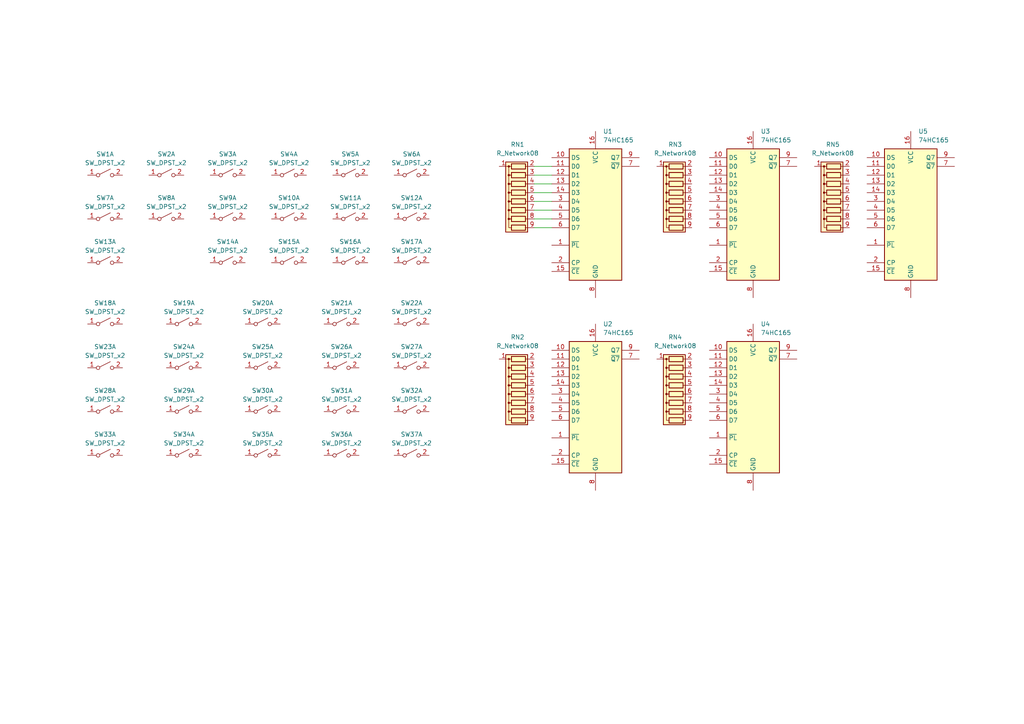
<source format=kicad_sch>
(kicad_sch (version 20230121) (generator eeschema)
  (paper "A4")
  (lib_symbols
    (symbol "74xx:74HC165"
      (property "Reference" "U" (at -7.62 19.05 0))
      (property "Value" "74HC165" (at -7.62 -21.59 0))
      (symbol "74HC165_1_0"
        (pin input line (at -12.7 -10.16 0) (length 5.08) (name "~{PL}") (number "1"))
        (pin input line (at -12.7 15.24 0) (length 5.08) (name "DS") (number "10"))
        (pin input line (at -12.7 12.7 0) (length 5.08) (name "D0") (number "11"))
        (pin input line (at -12.7 10.16 0) (length 5.08) (name "D1") (number "12"))
        (pin input line (at -12.7 7.62 0) (length 5.08) (name "D2") (number "13"))
        (pin input line (at -12.7 5.08 0) (length 5.08) (name "D3") (number "14"))
        (pin input line (at -12.7 -17.78 0) (length 5.08) (name "~{CE}") (number "15"))
        (pin power_in line (at 0 22.86 270) (length 5.08) (name "VCC") (number "16"))
        (pin input line (at -12.7 -15.24 0) (length 5.08) (name "CP") (number "2"))
        (pin input line (at -12.7 2.54 0) (length 5.08) (name "D4") (number "3"))
        (pin input line (at -12.7 0 0) (length 5.08) (name "D5") (number "4"))
        (pin input line (at -12.7 -2.54 0) (length 5.08) (name "D6") (number "5"))
        (pin input line (at -12.7 -5.08 0) (length 5.08) (name "D7") (number "6"))
        (pin output line (at 12.7 12.7 180) (length 5.08) (name "~{Q7}") (number "7"))
        (pin power_in line (at 0 -25.4 90) (length 5.08) (name "GND") (number "8"))
        (pin output line (at 12.7 15.24 180) (length 5.08) (name "Q7") (number "9"))
      )
      (symbol "74HC165_1_1"
        (rectangle (start -7.62 17.78) (end 7.62 -20.32) (stroke (width 0.254)) (fill (type background)))
      )
    )
    (symbol "Device:R_Network08" (pin_names (offset 0) hide)
      (property "Reference" "RN" (at -12.7 0 90))
      (property "Value" "R_Network08" (at 10.16 0 90))
      (symbol "R_Network08_0_1"
        (rectangle (start -11.43 -3.175) (end 8.89 3.175) (stroke (width 0.254)) (fill (type background)))
        (rectangle (start -10.922 1.524) (end -9.398 -2.54) (stroke (width 0.254)))
        (circle (center -10.16 2.286) (radius 0.254) (fill (type outline)))
        (rectangle (start -8.382 1.524) (end -6.858 -2.54) (stroke (width 0.254)))
        (circle (center -7.62 2.286) (radius 0.254) (fill (type outline)))
        (rectangle (start -5.842 1.524) (end -4.318 -2.54) (stroke (width 0.254)))
        (circle (center -5.08 2.286) (radius 0.254) (fill (type outline)))
        (rectangle (start -3.302 1.524) (end -1.778 -2.54) (stroke (width 0.254)))
        (circle (center -2.54 2.286) (radius 0.254) (fill (type outline)))
        (rectangle (start -0.762 1.524) (end 0.762 -2.54) (stroke (width 0.254)))
        (polyline (pts (xy -10.16 -2.54) (xy -10.16 -3.81)))
        (polyline (pts (xy -7.62 -2.54) (xy -7.62 -3.81)))
        (polyline (pts (xy -5.08 -2.54) (xy -5.08 -3.81)))
        (polyline (pts (xy -2.54 -2.54) (xy -2.54 -3.81)))
        (polyline (pts (xy 0 -2.54) (xy 0 -3.81)))
        (polyline (pts (xy 2.54 -2.54) (xy 2.54 -3.81)))
        (polyline (pts (xy 5.08 -2.54) (xy 5.08 -3.81)))
        (polyline (pts (xy 7.62 -2.54) (xy 7.62 -3.81)))
        (polyline (pts (xy -10.16 1.524) (xy -10.16 2.286) (xy -7.62 2.286) (xy -7.62 1.524)))
        (polyline (pts (xy -7.62 1.524) (xy -7.62 2.286) (xy -5.08 2.286) (xy -5.08 1.524)))
        (polyline (pts (xy -5.08 1.524) (xy -5.08 2.286) (xy -2.54 2.286) (xy -2.54 1.524)))
        (polyline (pts (xy -2.54 1.524) (xy -2.54 2.286) (xy 0 2.286) (xy 0 1.524)))
        (polyline (pts (xy 0 1.524) (xy 0 2.286) (xy 2.54 2.286) (xy 2.54 1.524)))
        (polyline (pts (xy 2.54 1.524) (xy 2.54 2.286) (xy 5.08 2.286) (xy 5.08 1.524)))
        (polyline (pts (xy 5.08 1.524) (xy 5.08 2.286) (xy 7.62 2.286) (xy 7.62 1.524)))
        (circle (center 0 2.286) (radius 0.254) (fill (type outline)))
        (rectangle (start 1.778 1.524) (end 3.302 -2.54) (stroke (width 0.254)))
        (circle (center 2.54 2.286) (radius 0.254) (fill (type outline)))
        (rectangle (start 4.318 1.524) (end 5.842 -2.54) (stroke (width 0.254)))
        (circle (center 5.08 2.286) (radius 0.254) (fill (type outline)))
        (rectangle (start 6.858 1.524) (end 8.382 -2.54) (stroke (width 0.254)))
      )
      (symbol "R_Network08_1_1"
        (pin passive line (at -10.16 5.08 270) (length 2.54) (name "common") (number "1"))
        (pin passive line (at -10.16 -5.08 90) (length 1.27) (name "R1") (number "2"))
        (pin passive line (at -7.62 -5.08 90) (length 1.27) (name "R2") (number "3"))
        (pin passive line (at -5.08 -5.08 90) (length 1.27) (name "R3") (number "4"))
        (pin passive line (at -2.54 -5.08 90) (length 1.27) (name "R4") (number "5"))
        (pin passive line (at 0 -5.08 90) (length 1.27) (name "R5") (number "6"))
        (pin passive line (at 2.54 -5.08 90) (length 1.27) (name "R6") (number "7"))
        (pin passive line (at 5.08 -5.08 90) (length 1.27) (name "R7") (number "8"))
        (pin passive line (at 7.62 -5.08 90) (length 1.27) (name "R8") (number "9"))
      )
    )
    (symbol "Switch:SW_DPST_x2" (pin_names (offset 0) hide)
      (property "Reference" "SW" (at 0 3.175 0))
      (property "Value" "SW_DPST_x2" (at 0 -2.54 0))
      (symbol "SW_DPST_x2_0_0"
        (circle (center -2.032 0) (radius 0.508))
        (polyline (pts (xy -1.524 0.254) (xy 1.524 1.778)))
        (circle (center 2.032 0) (radius 0.508))
      )
      (symbol "SW_DPST_x2_1_1"
        (pin passive line (at -5.08 0 0) (length 2.54) (name "A") (number "1"))
        (pin passive line (at 5.08 0 180) (length 2.54) (name "B") (number "2"))
      )
      (symbol "SW_DPST_x2_2_1"
        (pin passive line (at -5.08 0 0) (length 2.54) (name "A") (number "3"))
        (pin passive line (at 5.08 0 180) (length 2.54) (name "B") (number "4"))
      )
    )
  )
  (wire (pts (xy 154.94 60.96) (xy 160.02 60.96)))
  (wire (pts (xy 154.94 66.04) (xy 160.02 66.04)))
  (wire (pts (xy 154.94 55.88) (xy 160.02 55.88)))
  (wire (pts (xy 154.94 50.8) (xy 160.02 50.8)))
  (wire (pts (xy 154.94 58.42) (xy 160.02 58.42)))
  (wire (pts (xy 154.94 63.5) (xy 160.02 63.5)))
  (wire (pts (xy 154.94 53.34) (xy 160.02 53.34)))
  (wire (pts (xy 154.94 48.26) (xy 160.02 48.26)))
  (symbol (lib_id "Switch:SW_DPST_x2") (at 101.6 50.8 0) (unit 1)
    (property "Reference" "SW5" (at 101.6 44.704 0))
    (property "Value" "SW_DPST_x2" (at 101.6 47.244 0))
    (property "Footprint" "Button_Switch_THT:SW_PUSH-12mm" (effects hide))
  )
  (symbol (lib_id "Switch:SW_DPST_x2") (at 101.6 76.2 0) (unit 1)
    (property "Reference" "SW16" (at 101.6 70.104 0))
    (property "Value" "SW_DPST_x2" (at 101.6 72.644 0))
    (property "Footprint" "Button_Switch_THT:SW_PUSH-12mm" (effects hide))
  )
  (symbol (lib_id "74xx:74HC165") (at 218.44 60.96 0) (unit 1)
    (property "Reference" "U3" (at 220.6341 38.1 0) (effects (justify left)))
    (property "Value" "74HC165" (at 220.6341 40.64 0) (effects (justify left)))
    (property "Footprint" "Package_SO:SOIC-16W_5.3x10.2mm_P1.27mm" (effects hide))
    (property "Datasheet" "https://assets.nexperia.com/documents/data-sheet/74HC_HCT165.pdf" (effects hide))
  )
  (symbol (lib_id "Switch:SW_DPST_x2") (at 101.6 63.5 0) (unit 1)
    (property "Reference" "SW11" (at 101.6 57.404 0))
    (property "Value" "SW_DPST_x2" (at 101.6 59.944 0))
    (property "Footprint" "Button_Switch_THT:SW_PUSH-12mm" (effects hide))
  )
  (symbol (lib_id "74xx:74HC165") (at 264.16 60.96 0) (unit 1)
    (property "Reference" "U5" (at 266.3541 38.1 0) (effects (justify left)))
    (property "Value" "74HC165" (at 266.3541 40.64 0) (effects (justify left)))
    (property "Footprint" "Package_SO:SOIC-16W_5.3x10.2mm_P1.27mm" (effects hide))
    (property "Datasheet" "https://assets.nexperia.com/documents/data-sheet/74HC_HCT165.pdf" (effects hide))
  )
  (symbol (lib_id "74xx:74HC165") (at 172.72 116.84 0) (unit 1)
    (property "Reference" "U2" (at 174.9141 93.98 0) (effects (justify left)))
    (property "Value" "74HC165" (at 174.9141 96.52 0) (effects (justify left)))
    (property "Footprint" "Package_SO:SOIC-16W_5.3x10.2mm_P1.27mm" (effects hide))
    (property "Datasheet" "https://assets.nexperia.com/documents/data-sheet/74HC_HCT165.pdf" (effects hide))
  )
  (symbol (lib_id "Switch:SW_DPST_x2") (at 119.38 76.2 0) (unit 1)
    (property "Reference" "SW17" (at 119.38 70.104 0))
    (property "Value" "SW_DPST_x2" (at 119.38 72.644 0))
    (property "Footprint" "Button_Switch_THT:SW_PUSH-12mm" (effects hide))
  )
  (symbol (lib_id "Switch:SW_DPST_x2") (at 53.34 132.08 0) (unit 1)
    (property "Reference" "SW34" (at 53.34 125.984 0))
    (property "Value" "SW_DPST_x2" (at 53.34 128.524 0))
    (property "Footprint" "Button_Switch_THT:SW_PUSH-12mm" (effects hide))
  )
  (symbol (lib_id "Switch:SW_DPST_x2") (at 99.06 106.68 0) (unit 1)
    (property "Reference" "SW26" (at 99.06 100.584 0))
    (property "Value" "SW_DPST_x2" (at 99.06 103.124 0))
    (property "Footprint" "Button_Switch_THT:SW_PUSH-12mm" (effects hide))
  )
  (symbol (lib_id "Switch:SW_DPST_x2") (at 30.48 106.68 0) (unit 1)
    (property "Reference" "SW23" (at 30.48 100.584 0))
    (property "Value" "SW_DPST_x2" (at 30.48 103.124 0))
    (property "Footprint" "Button_Switch_THT:SW_PUSH-12mm" (effects hide))
  )
  (symbol (lib_id "Switch:SW_DPST_x2") (at 83.82 50.8 0) (unit 1)
    (property "Reference" "SW4" (at 83.82 44.704 0))
    (property "Value" "SW_DPST_x2" (at 83.82 47.244 0))
    (property "Footprint" "Button_Switch_THT:SW_PUSH-12mm" (effects hide))
  )
  (symbol (lib_id "74xx:74HC165") (at 218.44 116.84 0) (unit 1)
    (property "Reference" "U4" (at 220.6341 93.98 0) (effects (justify left)))
    (property "Value" "74HC165" (at 220.6341 96.52 0) (effects (justify left)))
    (property "Footprint" "Package_SO:SOIC-16W_5.3x10.2mm_P1.27mm" (effects hide))
    (property "Datasheet" "https://assets.nexperia.com/documents/data-sheet/74HC_HCT165.pdf" (effects hide))
  )
  (symbol (lib_id "Switch:SW_DPST_x2") (at 83.82 63.5 0) (unit 1)
    (property "Reference" "SW10" (at 83.82 57.404 0))
    (property "Value" "SW_DPST_x2" (at 83.82 59.944 0))
    (property "Footprint" "Button_Switch_THT:SW_PUSH-12mm" (effects hide))
  )
  (symbol (lib_id "Switch:SW_DPST_x2") (at 99.06 93.98 0) (unit 1)
    (property "Reference" "SW21" (at 99.06 87.884 0))
    (property "Value" "SW_DPST_x2" (at 99.06 90.424 0))
    (property "Footprint" "Button_Switch_THT:SW_PUSH-12mm" (effects hide))
  )
  (symbol (lib_id "Switch:SW_DPST_x2") (at 30.48 119.38 0) (unit 1)
    (property "Reference" "SW28" (at 30.48 113.284 0))
    (property "Value" "SW_DPST_x2" (at 30.48 115.824 0))
    (property "Footprint" "Button_Switch_THT:SW_PUSH-12mm" (effects hide))
  )
  (symbol (lib_id "Switch:SW_DPST_x2") (at 119.38 119.38 0) (unit 1)
    (property "Reference" "SW32" (at 119.38 113.284 0))
    (property "Value" "SW_DPST_x2" (at 119.38 115.824 0))
    (property "Footprint" "Button_Switch_THT:SW_PUSH-12mm" (effects hide))
  )
  (symbol (lib_id "Switch:SW_DPST_x2") (at 30.48 93.98 0) (unit 1)
    (property "Reference" "SW18" (at 30.48 87.884 0))
    (property "Value" "SW_DPST_x2" (at 30.48 90.424 0))
    (property "Footprint" "Button_Switch_THT:SW_PUSH-12mm" (effects hide))
  )
  (symbol (lib_id "74xx:74HC165") (at 172.72 60.96 0) (unit 1)
    (property "Reference" "U1" (at 174.9141 38.1 0) (effects (justify left)))
    (property "Value" "74HC165" (at 174.9141 40.64 0) (effects (justify left)))
    (property "Footprint" "Package_SO:SOIC-16W_5.3x10.2mm_P1.27mm" (effects hide))
    (property "Datasheet" "https://assets.nexperia.com/documents/data-sheet/74HC_HCT165.pdf" (effects hide))
  )
  (symbol (lib_id "Switch:SW_DPST_x2") (at 48.26 63.5 0) (unit 1)
    (property "Reference" "SW8" (at 48.26 57.404 0))
    (property "Value" "SW_DPST_x2" (at 48.26 59.944 0))
    (property "Footprint" "Button_Switch_THT:SW_PUSH-12mm" (effects hide))
  )
  (symbol (lib_id "Switch:SW_DPST_x2") (at 99.06 132.08 0) (unit 1)
    (property "Reference" "SW36" (at 99.06 125.984 0))
    (property "Value" "SW_DPST_x2" (at 99.06 128.524 0))
    (property "Footprint" "Button_Switch_THT:SW_PUSH-12mm" (effects hide))
  )
  (symbol (lib_id "Switch:SW_DPST_x2") (at 76.2 93.98 0) (unit 1)
    (property "Reference" "SW20" (at 76.2 87.884 0))
    (property "Value" "SW_DPST_x2" (at 76.2 90.424 0))
    (property "Footprint" "Button_Switch_THT:SW_PUSH-12mm" (effects hide))
  )
  (symbol (lib_id "Device:R_Network08") (at 149.86 114.3 90) (mirror x) (unit 1)
    (property "Reference" "RN2" (at 150.114 97.79 90))
    (property "Value" "R_Network08" (at 150.114 100.33 90))
    (property "Footprint" "Resistor_THT:R_Array_SIP9" (effects hide))
    (property "Datasheet" "http://www.vishay.com/docs/31509/csc.pdf" (effects hide))
  )
  (symbol (lib_id "Switch:SW_DPST_x2") (at 99.06 119.38 0) (unit 1)
    (property "Reference" "SW31" (at 99.06 113.284 0))
    (property "Value" "SW_DPST_x2" (at 99.06 115.824 0))
    (property "Footprint" "Button_Switch_THT:SW_PUSH-12mm" (effects hide))
  )
  (symbol (lib_id "Switch:SW_DPST_x2") (at 83.82 76.2 0) (unit 1)
    (property "Reference" "SW15" (at 83.82 70.104 0))
    (property "Value" "SW_DPST_x2" (at 83.82 72.644 0))
    (property "Footprint" "Button_Switch_THT:SW_PUSH-12mm" (effects hide))
  )
  (symbol (lib_id "Switch:SW_DPST_x2") (at 30.48 132.08 0) (unit 1)
    (property "Reference" "SW33" (at 30.48 125.984 0))
    (property "Value" "SW_DPST_x2" (at 30.48 128.524 0))
    (property "Footprint" "Button_Switch_THT:SW_PUSH-12mm" (effects hide))
  )
  (symbol (lib_id "Switch:SW_DPST_x2") (at 76.2 106.68 0) (unit 1)
    (property "Reference" "SW25" (at 76.2 100.584 0))
    (property "Value" "SW_DPST_x2" (at 76.2 103.124 0))
    (property "Footprint" "Button_Switch_THT:SW_PUSH-12mm" (effects hide))
  )
  (symbol (lib_id "Switch:SW_DPST_x2") (at 66.04 76.2 0) (unit 1)
    (property "Reference" "SW14" (at 66.04 70.104 0))
    (property "Value" "SW_DPST_x2" (at 66.04 72.644 0))
    (property "Footprint" "Button_Switch_THT:SW_PUSH-12mm" (effects hide))
  )
  (symbol (lib_id "Switch:SW_DPST_x2") (at 30.48 50.8 0) (unit 1)
    (property "Reference" "SW1" (at 30.48 44.704 0))
    (property "Value" "SW_DPST_x2" (at 30.48 47.244 0))
    (property "Footprint" "Button_Switch_THT:SW_PUSH-12mm" (effects hide))
  )
  (symbol (lib_id "Switch:SW_DPST_x2") (at 119.38 93.98 0) (unit 1)
    (property "Reference" "SW22" (at 119.38 87.884 0))
    (property "Value" "SW_DPST_x2" (at 119.38 90.424 0))
    (property "Footprint" "Button_Switch_THT:SW_PUSH-12mm" (effects hide))
  )
  (symbol (lib_id "Switch:SW_DPST_x2") (at 76.2 119.38 0) (unit 1)
    (property "Reference" "SW30" (at 76.2 113.284 0))
    (property "Value" "SW_DPST_x2" (at 76.2 115.824 0))
    (property "Footprint" "Button_Switch_THT:SW_PUSH-12mm" (effects hide))
  )
  (symbol (lib_id "Switch:SW_DPST_x2") (at 76.2 132.08 0) (unit 1)
    (property "Reference" "SW35" (at 76.2 125.984 0))
    (property "Value" "SW_DPST_x2" (at 76.2 128.524 0))
    (property "Footprint" "Button_Switch_THT:SW_PUSH-12mm" (effects hide))
  )
  (symbol (lib_id "Switch:SW_DPST_x2") (at 119.38 106.68 0) (unit 1)
    (property "Reference" "SW27" (at 119.38 100.584 0))
    (property "Value" "SW_DPST_x2" (at 119.38 103.124 0))
    (property "Footprint" "Button_Switch_THT:SW_PUSH-12mm" (effects hide))
  )
  (symbol (lib_id "Switch:SW_DPST_x2") (at 53.34 119.38 0) (unit 1)
    (property "Reference" "SW29" (at 53.34 113.284 0))
    (property "Value" "SW_DPST_x2" (at 53.34 115.824 0))
    (property "Footprint" "Button_Switch_THT:SW_PUSH-12mm" (effects hide))
  )
  (symbol (lib_id "Switch:SW_DPST_x2") (at 119.38 132.08 0) (unit 1)
    (property "Reference" "SW37" (at 119.38 125.984 0))
    (property "Value" "SW_DPST_x2" (at 119.38 128.524 0))
    (property "Footprint" "Button_Switch_THT:SW_PUSH-12mm" (effects hide))
  )
  (symbol (lib_id "Switch:SW_DPST_x2") (at 119.38 50.8 0) (unit 1)
    (property "Reference" "SW6" (at 119.38 44.704 0))
    (property "Value" "SW_DPST_x2" (at 119.38 47.244 0))
    (property "Footprint" "Button_Switch_THT:SW_PUSH-12mm" (effects hide))
  )
  (symbol (lib_id "Switch:SW_DPST_x2") (at 48.26 50.8 0) (unit 1)
    (property "Reference" "SW2" (at 48.26 44.704 0))
    (property "Value" "SW_DPST_x2" (at 48.26 47.244 0))
    (property "Footprint" "Button_Switch_THT:SW_PUSH-12mm" (effects hide))
  )
  (symbol (lib_id "Switch:SW_DPST_x2") (at 30.48 76.2 0) (unit 1)
    (property "Reference" "SW13" (at 30.48 70.104 0))
    (property "Value" "SW_DPST_x2" (at 30.48 72.644 0))
    (property "Footprint" "Button_Switch_THT:SW_PUSH-12mm" (effects hide))
  )
  (symbol (lib_id "Switch:SW_DPST_x2") (at 53.34 93.98 0) (unit 1)
    (property "Reference" "SW19" (at 53.34 87.884 0))
    (property "Value" "SW_DPST_x2" (at 53.34 90.424 0))
    (property "Footprint" "Button_Switch_THT:SW_PUSH-12mm" (effects hide))
  )
  (symbol (lib_id "Switch:SW_DPST_x2") (at 30.48 63.5 0) (unit 1)
    (property "Reference" "SW7" (at 30.48 57.404 0))
    (property "Value" "SW_DPST_x2" (at 30.48 59.944 0))
    (property "Footprint" "Button_Switch_THT:SW_PUSH-12mm" (effects hide))
  )
  (symbol (lib_id "Device:R_Network08") (at 149.86 58.42 90) (mirror x) (unit 1)
    (property "Reference" "RN1" (at 150.114 41.91 90))
    (property "Value" "R_Network08" (at 150.114 44.45 90))
    (property "Footprint" "Resistor_THT:R_Array_SIP9" (effects hide))
    (property "Datasheet" "http://www.vishay.com/docs/31509/csc.pdf" (effects hide))
  )
  (symbol (lib_id "Device:R_Network08") (at 241.3 58.42 90) (mirror x) (unit 1)
    (property "Reference" "RN5" (at 241.554 41.91 90))
    (property "Value" "R_Network08" (at 241.554 44.45 90))
    (property "Footprint" "Resistor_THT:R_Array_SIP9" (effects hide))
    (property "Datasheet" "http://www.vishay.com/docs/31509/csc.pdf" (effects hide))
  )
  (symbol (lib_id "Switch:SW_DPST_x2") (at 66.04 63.5 0) (unit 1)
    (property "Reference" "SW9" (at 66.04 57.404 0))
    (property "Value" "SW_DPST_x2" (at 66.04 59.944 0))
    (property "Footprint" "Button_Switch_THT:SW_PUSH-12mm" (effects hide))
  )
  (symbol (lib_id "Switch:SW_DPST_x2") (at 53.34 106.68 0) (unit 1)
    (property "Reference" "SW24" (at 53.34 100.584 0))
    (property "Value" "SW_DPST_x2" (at 53.34 103.124 0))
    (property "Footprint" "Button_Switch_THT:SW_PUSH-12mm" (effects hide))
  )
  (symbol (lib_id "Switch:SW_DPST_x2") (at 66.04 50.8 0) (unit 1)
    (property "Reference" "SW3" (at 66.04 44.704 0))
    (property "Value" "SW_DPST_x2" (at 66.04 47.244 0))
    (property "Footprint" "Button_Switch_THT:SW_PUSH-12mm" (effects hide))
  )
  (symbol (lib_id "Switch:SW_DPST_x2") (at 119.38 63.5 0) (unit 1)
    (property "Reference" "SW12" (at 119.38 57.404 0))
    (property "Value" "SW_DPST_x2" (at 119.38 59.944 0))
    (property "Footprint" "Button_Switch_THT:SW_PUSH-12mm" (effects hide))
  )
  (symbol (lib_id "Device:R_Network08") (at 195.58 114.3 90) (mirror x) (unit 1)
    (property "Reference" "RN4" (at 195.834 97.79 90))
    (property "Value" "R_Network08" (at 195.834 100.33 90))
    (property "Footprint" "Resistor_THT:R_Array_SIP9" (effects hide))
    (property "Datasheet" "http://www.vishay.com/docs/31509/csc.pdf" (effects hide))
  )
  (symbol (lib_id "Device:R_Network08") (at 195.58 58.42 90) (mirror x) (unit 1)
    (property "Reference" "RN3" (at 195.834 41.91 90))
    (property "Value" "R_Network08" (at 195.834 44.45 90))
    (property "Footprint" "Resistor_THT:R_Array_SIP9" (effects hide))
    (property "Datasheet" "http://www.vishay.com/docs/31509/csc.pdf" (effects hide))
  )
)
</source>
